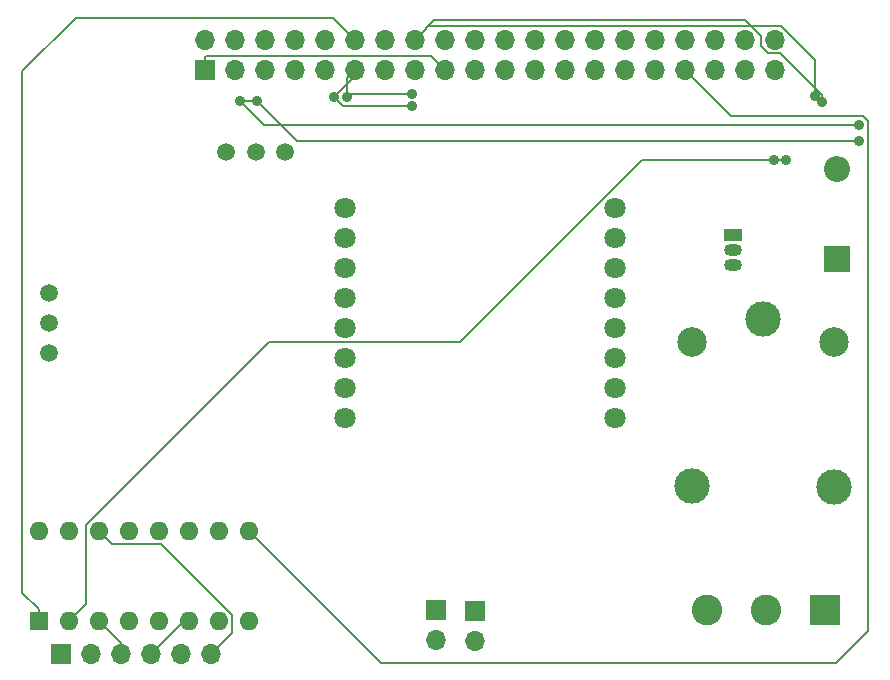
<source format=gbl>
G04 #@! TF.GenerationSoftware,KiCad,Pcbnew,(5.0.0-3-g5ebb6b6)*
G04 #@! TF.CreationDate,2018-10-04T16:31:17-06:00*
G04 #@! TF.ProjectId,Hallow,48616C6C6F772E6B696361645F706362,rev?*
G04 #@! TF.SameCoordinates,Original*
G04 #@! TF.FileFunction,Copper,L2,Bot,Signal*
G04 #@! TF.FilePolarity,Positive*
%FSLAX46Y46*%
G04 Gerber Fmt 4.6, Leading zero omitted, Abs format (unit mm)*
G04 Created by KiCad (PCBNEW (5.0.0-3-g5ebb6b6)) date Thursday, October 04, 2018 at 04:31:17 PM*
%MOMM*%
%LPD*%
G01*
G04 APERTURE LIST*
G04 #@! TA.AperFunction,ComponentPad*
%ADD10R,1.700000X1.700000*%
G04 #@! TD*
G04 #@! TA.AperFunction,ComponentPad*
%ADD11O,1.700000X1.700000*%
G04 #@! TD*
G04 #@! TA.AperFunction,ComponentPad*
%ADD12R,1.600000X1.600000*%
G04 #@! TD*
G04 #@! TA.AperFunction,ComponentPad*
%ADD13O,1.600000X1.600000*%
G04 #@! TD*
G04 #@! TA.AperFunction,ComponentPad*
%ADD14C,1.800000*%
G04 #@! TD*
G04 #@! TA.AperFunction,ComponentPad*
%ADD15C,1.500000*%
G04 #@! TD*
G04 #@! TA.AperFunction,ComponentPad*
%ADD16R,2.200000X2.200000*%
G04 #@! TD*
G04 #@! TA.AperFunction,ComponentPad*
%ADD17O,2.200000X2.200000*%
G04 #@! TD*
G04 #@! TA.AperFunction,ComponentPad*
%ADD18C,2.500000*%
G04 #@! TD*
G04 #@! TA.AperFunction,ComponentPad*
%ADD19C,3.000000*%
G04 #@! TD*
G04 #@! TA.AperFunction,ComponentPad*
%ADD20O,1.500000X1.050000*%
G04 #@! TD*
G04 #@! TA.AperFunction,ComponentPad*
%ADD21R,1.500000X1.050000*%
G04 #@! TD*
G04 #@! TA.AperFunction,ComponentPad*
%ADD22R,2.600000X2.600000*%
G04 #@! TD*
G04 #@! TA.AperFunction,ComponentPad*
%ADD23C,2.600000*%
G04 #@! TD*
G04 #@! TA.AperFunction,ViaPad*
%ADD24C,0.900000*%
G04 #@! TD*
G04 #@! TA.AperFunction,Conductor*
%ADD25C,0.200000*%
G04 #@! TD*
G04 APERTURE END LIST*
D10*
G04 #@! TO.P,J3,1*
G04 #@! TO.N,/Vcc2*
X196240800Y-148222000D03*
D11*
G04 #@! TO.P,J3,2*
G04 #@! TO.N,GND*
X198780800Y-148222000D03*
G04 #@! TO.P,J3,3*
G04 #@! TO.N,/Out1*
X201320800Y-148222000D03*
G04 #@! TO.P,J3,4*
G04 #@! TO.N,/Out2*
X203860800Y-148222000D03*
G04 #@! TO.P,J3,5*
G04 #@! TO.N,/Out3*
X206400800Y-148222000D03*
G04 #@! TO.P,J3,6*
G04 #@! TO.N,/Out4*
X208940800Y-148222000D03*
G04 #@! TD*
D12*
G04 #@! TO.P,L293D,1*
G04 #@! TO.N,/GPIO18(GEN1)(PWM0)*
X194361200Y-145478800D03*
D13*
G04 #@! TO.P,L293D,9*
G04 #@! TO.N,/GPIO13(PWM1)*
X212141200Y-137858800D03*
G04 #@! TO.P,L293D,2*
G04 #@! TO.N,/GPIO23(GEN4)*
X196901200Y-145478800D03*
G04 #@! TO.P,L293D,10*
G04 #@! TO.N,/GPIO22(GEN3)*
X209601200Y-137858800D03*
G04 #@! TO.P,L293D,3*
G04 #@! TO.N,/Out1*
X199441200Y-145478800D03*
G04 #@! TO.P,L293D,11*
G04 #@! TO.N,/Out3*
X207061200Y-137858800D03*
G04 #@! TO.P,L293D,4*
G04 #@! TO.N,GND*
X201981200Y-145478800D03*
G04 #@! TO.P,L293D,12*
X204521200Y-137858800D03*
G04 #@! TO.P,L293D,5*
X204521200Y-145478800D03*
G04 #@! TO.P,L293D,13*
X201981200Y-137858800D03*
G04 #@! TO.P,L293D,6*
G04 #@! TO.N,/Out2*
X207061200Y-145478800D03*
G04 #@! TO.P,L293D,14*
G04 #@! TO.N,/Out4*
X199441200Y-137858800D03*
G04 #@! TO.P,L293D,7*
G04 #@! TO.N,/GPIO24(GEN5)*
X209601200Y-145478800D03*
G04 #@! TO.P,L293D,15*
G04 #@! TO.N,/GPIO25(GEN6)*
X196901200Y-137858800D03*
G04 #@! TO.P,L293D,8*
G04 #@! TO.N,/Vcc2*
X212141200Y-145478800D03*
G04 #@! TO.P,L293D,16*
X194361200Y-137858800D03*
G04 #@! TD*
D11*
G04 #@! TO.P,D3,2*
G04 #@! TO.N,/WM_D7*
X227983745Y-147089771D03*
D10*
G04 #@! TO.P,D3,1*
G04 #@! TO.N,Net-(D3-Pad1)*
X227983745Y-144549771D03*
G04 #@! TD*
G04 #@! TO.P,D2,1*
G04 #@! TO.N,Net-(D2-Pad1)*
X231242000Y-144615200D03*
D11*
G04 #@! TO.P,D2,2*
G04 #@! TO.N,/WM_D8*
X231242000Y-147155200D03*
G04 #@! TD*
D14*
G04 #@! TO.P,U1,8*
G04 #@! TO.N,Net-(U1-Pad8)*
X220269200Y-110477600D03*
G04 #@! TO.P,U1,7*
G04 #@! TO.N,Net-(U1-Pad7)*
X220269200Y-113017600D03*
G04 #@! TO.P,U1,6*
G04 #@! TO.N,Net-(U1-Pad6)*
X220269200Y-115557600D03*
G04 #@! TO.P,U1,5*
G04 #@! TO.N,Net-(U1-Pad5)*
X220269200Y-118097600D03*
G04 #@! TO.P,U1,4*
G04 #@! TO.N,Net-(U1-Pad4)*
X220269200Y-120637600D03*
G04 #@! TO.P,U1,3*
G04 #@! TO.N,Net-(U1-Pad3)*
X220269200Y-123177600D03*
G04 #@! TO.P,U1,2*
G04 #@! TO.N,/WM_GND*
X220269200Y-125717600D03*
G04 #@! TO.P,U1,1*
G04 #@! TO.N,Net-(U1-Pad1)*
X220269200Y-128257600D03*
G04 #@! TO.P,U1,16*
G04 #@! TO.N,Net-(U1-Pad16)*
X243129200Y-128257600D03*
G04 #@! TO.P,U1,15*
G04 #@! TO.N,/WM_D8*
X243129200Y-125717600D03*
G04 #@! TO.P,U1,14*
G04 #@! TO.N,/WM_D7*
X243129200Y-123177600D03*
G04 #@! TO.P,U1,13*
G04 #@! TO.N,Net-(U1-Pad13)*
X243129200Y-120637600D03*
G04 #@! TO.P,U1,12*
G04 #@! TO.N,Net-(U1-Pad12)*
X243129200Y-118097600D03*
G04 #@! TO.P,U1,11*
G04 #@! TO.N,Net-(U1-Pad11)*
X243129200Y-115557600D03*
G04 #@! TO.P,U1,10*
G04 #@! TO.N,Net-(U1-Pad10)*
X243129200Y-113017600D03*
G04 #@! TO.P,U1,9*
G04 #@! TO.N,Net-(U1-Pad9)*
X243129200Y-110477600D03*
G04 #@! TD*
D15*
G04 #@! TO.P,J2,1*
G04 #@! TO.N,Net-(J2-Pad1)*
X215181600Y-105731200D03*
G04 #@! TO.P,J2,2*
G04 #@! TO.N,Net-(J2-Pad2)*
X212681600Y-105731200D03*
G04 #@! TO.P,J2,3*
G04 #@! TO.N,Net-(J2-Pad3)*
X210181600Y-105731200D03*
G04 #@! TO.P,J2,4*
G04 #@! TO.N,GND*
X195181600Y-117731200D03*
G04 #@! TO.P,J2,5*
G04 #@! TO.N,/GPIO27(GEN2)*
X195181600Y-120231200D03*
G04 #@! TO.P,J2,6*
G04 #@! TO.N,+5V*
X195181600Y-122731200D03*
G04 #@! TD*
D16*
G04 #@! TO.P,D1,1*
G04 #@! TO.N,+5V*
X261925200Y-114795600D03*
D17*
G04 #@! TO.P,D1,2*
G04 #@! TO.N,/RLY1*
X261925200Y-107175600D03*
G04 #@! TD*
D18*
G04 #@! TO.P,K1,2*
G04 #@! TO.N,/RLY(COM)*
X249626800Y-121825600D03*
D19*
G04 #@! TO.P,K1,3*
G04 #@! TO.N,/RLY(NO)*
X249626800Y-134025600D03*
G04 #@! TO.P,K1,4*
G04 #@! TO.N,/RLY(NC)*
X261676800Y-134075600D03*
D18*
G04 #@! TO.P,K1,5*
G04 #@! TO.N,+5V*
X261626800Y-121825600D03*
D19*
G04 #@! TO.P,K1,1*
G04 #@! TO.N,/RLY1*
X255676800Y-119875600D03*
G04 #@! TD*
D20*
G04 #@! TO.P,Q1,2*
G04 #@! TO.N,Net-(Q1-Pad2)*
X253136800Y-114033600D03*
G04 #@! TO.P,Q1,3*
G04 #@! TO.N,/RLY1*
X253136800Y-115303600D03*
D21*
G04 #@! TO.P,Q1,1*
G04 #@! TO.N,GND*
X253136800Y-112763600D03*
G04 #@! TD*
D22*
G04 #@! TO.P,J1,1*
G04 #@! TO.N,/RLY(NC)*
X260909200Y-144513600D03*
D23*
G04 #@! TO.P,J1,2*
G04 #@! TO.N,/RLY(COM)*
X255909200Y-144513600D03*
G04 #@! TO.P,J1,3*
G04 #@! TO.N,/RLY(NO)*
X250909200Y-144513600D03*
G04 #@! TD*
D10*
G04 #@! TO.P,P1,1*
G04 #@! TO.N,+3V3*
X208370000Y-98770000D03*
D11*
G04 #@! TO.P,P1,2*
G04 #@! TO.N,+5V*
X208370000Y-96230000D03*
G04 #@! TO.P,P1,3*
G04 #@! TO.N,/GPIO2(SDA1)*
X210910000Y-98770000D03*
G04 #@! TO.P,P1,4*
G04 #@! TO.N,+5V*
X210910000Y-96230000D03*
G04 #@! TO.P,P1,5*
G04 #@! TO.N,/GPIO3(SCL1)*
X213450000Y-98770000D03*
G04 #@! TO.P,P1,6*
G04 #@! TO.N,GND*
X213450000Y-96230000D03*
G04 #@! TO.P,P1,7*
G04 #@! TO.N,/GPIO4(GCLK)*
X215990000Y-98770000D03*
G04 #@! TO.P,P1,8*
G04 #@! TO.N,/GPIO14(TXD0)*
X215990000Y-96230000D03*
G04 #@! TO.P,P1,9*
G04 #@! TO.N,GND*
X218530000Y-98770000D03*
G04 #@! TO.P,P1,10*
G04 #@! TO.N,/GPIO15(RXD0)*
X218530000Y-96230000D03*
G04 #@! TO.P,P1,11*
G04 #@! TO.N,/GPIO17(GEN0)*
X221070000Y-98770000D03*
G04 #@! TO.P,P1,12*
G04 #@! TO.N,/GPIO18(GEN1)(PWM0)*
X221070000Y-96230000D03*
G04 #@! TO.P,P1,13*
G04 #@! TO.N,/GPIO27(GEN2)*
X223610000Y-98770000D03*
G04 #@! TO.P,P1,14*
G04 #@! TO.N,GND*
X223610000Y-96230000D03*
G04 #@! TO.P,P1,15*
G04 #@! TO.N,/GPIO22(GEN3)*
X226150000Y-98770000D03*
G04 #@! TO.P,P1,16*
G04 #@! TO.N,/GPIO23(GEN4)*
X226150000Y-96230000D03*
G04 #@! TO.P,P1,17*
G04 #@! TO.N,+3V3*
X228690000Y-98770000D03*
G04 #@! TO.P,P1,18*
G04 #@! TO.N,/GPIO24(GEN5)*
X228690000Y-96230000D03*
G04 #@! TO.P,P1,19*
G04 #@! TO.N,/GPIO10(SPI0_MOSI)*
X231230000Y-98770000D03*
G04 #@! TO.P,P1,20*
G04 #@! TO.N,GND*
X231230000Y-96230000D03*
G04 #@! TO.P,P1,21*
G04 #@! TO.N,/GPIO9(SPI0_MISO)*
X233770000Y-98770000D03*
G04 #@! TO.P,P1,22*
G04 #@! TO.N,/GPIO25(GEN6)*
X233770000Y-96230000D03*
G04 #@! TO.P,P1,23*
G04 #@! TO.N,/GPIO11(SPI0_SCK)*
X236310000Y-98770000D03*
G04 #@! TO.P,P1,24*
G04 #@! TO.N,/GPIO8(SPI0_CE_N)*
X236310000Y-96230000D03*
G04 #@! TO.P,P1,25*
G04 #@! TO.N,GND*
X238850000Y-98770000D03*
G04 #@! TO.P,P1,26*
G04 #@! TO.N,/GPIO7(SPI1_CE_N)*
X238850000Y-96230000D03*
G04 #@! TO.P,P1,27*
G04 #@! TO.N,/ID_SD*
X241390000Y-98770000D03*
G04 #@! TO.P,P1,28*
G04 #@! TO.N,/ID_SC*
X241390000Y-96230000D03*
G04 #@! TO.P,P1,29*
G04 #@! TO.N,/GPIO5*
X243930000Y-98770000D03*
G04 #@! TO.P,P1,30*
G04 #@! TO.N,GND*
X243930000Y-96230000D03*
G04 #@! TO.P,P1,31*
G04 #@! TO.N,/GPIO6*
X246470000Y-98770000D03*
G04 #@! TO.P,P1,32*
G04 #@! TO.N,/GPIO12(PWM0)*
X246470000Y-96230000D03*
G04 #@! TO.P,P1,33*
G04 #@! TO.N,/GPIO13(PWM1)*
X249010000Y-98770000D03*
G04 #@! TO.P,P1,34*
G04 #@! TO.N,GND*
X249010000Y-96230000D03*
G04 #@! TO.P,P1,35*
G04 #@! TO.N,/GPIO19(SPI1_MISO)*
X251550000Y-98770000D03*
G04 #@! TO.P,P1,36*
G04 #@! TO.N,/GPIO16*
X251550000Y-96230000D03*
G04 #@! TO.P,P1,37*
G04 #@! TO.N,/GPIO26*
X254090000Y-98770000D03*
G04 #@! TO.P,P1,38*
G04 #@! TO.N,/GPIO20(SPI1_MOSI)*
X254090000Y-96230000D03*
G04 #@! TO.P,P1,39*
G04 #@! TO.N,GND*
X256630000Y-98770000D03*
G04 #@! TO.P,P1,40*
G04 #@! TO.N,/GPIO21(SPI1_SCK)*
X256630000Y-96230000D03*
G04 #@! TD*
D24*
G04 #@! TO.N,+5V*
X211328400Y-101435200D03*
X212801600Y-101435200D03*
X263754000Y-103467200D03*
X263754000Y-104788000D03*
G04 #@! TO.N,/GPIO17(GEN0)*
X225908000Y-100825600D03*
X225908000Y-101892400D03*
X219304000Y-101079600D03*
X220421600Y-101079600D03*
G04 #@! TO.N,/GPIO23(GEN4)*
X256591200Y-106413600D03*
X257556400Y-106413600D03*
X256591200Y-106413600D03*
X260045600Y-101028800D03*
X260604400Y-101536800D03*
G04 #@! TD*
D25*
G04 #@! TO.N,+3V3*
X227539999Y-97619999D02*
X227840001Y-97920001D01*
X208370000Y-97720000D02*
X208470001Y-97619999D01*
X227840001Y-97920001D02*
X228690000Y-98770000D01*
X208470001Y-97619999D02*
X227539999Y-97619999D01*
X208370000Y-98770000D02*
X208370000Y-97720000D01*
G04 #@! TO.N,+5V*
X216154400Y-104788000D02*
X212801600Y-101435200D01*
X263754000Y-104788000D02*
X216154400Y-104788000D01*
X212801600Y-101435200D02*
X211328400Y-101435200D01*
X213360400Y-103467200D02*
X211328400Y-101435200D01*
X263754000Y-103467200D02*
X213360400Y-103467200D01*
G04 #@! TO.N,/GPIO17(GEN0)*
X220675600Y-100825600D02*
X220421600Y-101079600D01*
X225908000Y-100825600D02*
X220675600Y-100825600D01*
X220116800Y-101892400D02*
X219304000Y-101079600D01*
X225908000Y-101892400D02*
X220116800Y-101892400D01*
X221070000Y-99313600D02*
X221070000Y-98770000D01*
X219304000Y-101079600D02*
X221070000Y-99313600D01*
X220421600Y-99418400D02*
X221070000Y-98770000D01*
X220421600Y-101079600D02*
X220421600Y-99418400D01*
G04 #@! TO.N,/GPIO23(GEN4)*
X229993197Y-121837601D02*
X245417198Y-106413600D01*
X213834397Y-121837601D02*
X229993197Y-121837601D01*
X198341199Y-144038801D02*
X198341199Y-137330799D01*
X198341199Y-137330799D02*
X213834397Y-121837601D01*
X196901200Y-145478800D02*
X198341199Y-144038801D01*
X245417198Y-106413600D02*
X256591200Y-106413600D01*
X256591200Y-106413600D02*
X257556400Y-106413600D01*
X257556400Y-106413600D02*
X257708800Y-106413600D01*
X256591200Y-106413600D02*
X256591200Y-106413600D01*
X226999999Y-95380001D02*
X226150000Y-96230000D01*
X227300001Y-95079999D02*
X226999999Y-95380001D01*
X257182001Y-95079999D02*
X227300001Y-95079999D01*
X260045600Y-97943598D02*
X257182001Y-95079999D01*
X260045600Y-101028800D02*
X260045600Y-97943598D01*
X255479999Y-95917997D02*
X254139202Y-94577200D01*
X257083997Y-97380001D02*
X256077999Y-97380001D01*
X255479999Y-96782001D02*
X255479999Y-95917997D01*
X256077999Y-97380001D02*
X255479999Y-96782001D01*
X260604400Y-100900404D02*
X257083997Y-97380001D01*
X260604400Y-101536800D02*
X260604400Y-100900404D01*
X227802800Y-94577200D02*
X226150000Y-96230000D01*
X254139202Y-94577200D02*
X227802800Y-94577200D01*
G04 #@! TO.N,/GPIO18(GEN1)(PWM0)*
X219214000Y-94374000D02*
X197460000Y-94374000D01*
X221070000Y-96230000D02*
X219214000Y-94374000D01*
X197460000Y-94374000D02*
X192938800Y-98895200D01*
X192938800Y-143056400D02*
X194361200Y-144478800D01*
X194361200Y-144478800D02*
X194361200Y-145478800D01*
X192938800Y-98895200D02*
X192938800Y-143056400D01*
G04 #@! TO.N,/GPIO13(PWM1)*
X223266400Y-148984000D02*
X212141200Y-137858800D01*
X261823600Y-148984000D02*
X223266400Y-148984000D01*
X264504001Y-146303599D02*
X261823600Y-148984000D01*
X264504001Y-103107199D02*
X264504001Y-146303599D01*
X264114001Y-102717199D02*
X264504001Y-103107199D01*
X252957199Y-102717199D02*
X264114001Y-102717199D01*
X249010000Y-98770000D02*
X252957199Y-102717199D01*
G04 #@! TO.N,/Out1*
X201320800Y-147358400D02*
X201320800Y-148222000D01*
X199441200Y-145478800D02*
X201320800Y-147358400D01*
G04 #@! TO.N,/Out2*
X206604000Y-145478800D02*
X207061200Y-145478800D01*
X203860800Y-148222000D02*
X206604000Y-145478800D01*
G04 #@! TO.N,/Out4*
X200241199Y-138658799D02*
X199441200Y-137858800D01*
X200541201Y-138958801D02*
X200241199Y-138658799D01*
X204709203Y-138958801D02*
X200541201Y-138958801D01*
X210701201Y-144950799D02*
X204709203Y-138958801D01*
X210701201Y-146461599D02*
X210701201Y-144950799D01*
X208940800Y-148222000D02*
X210701201Y-146461599D01*
G04 #@! TD*
M02*

</source>
